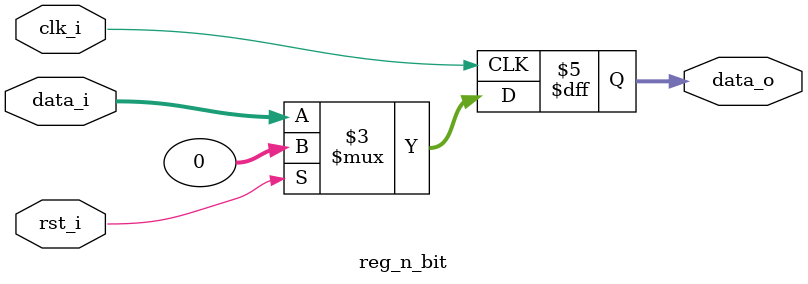
<source format=v>

(* DONT_TOUCH = "true" *) module reg_n_bit #(parameter N = 32)(
  input               clk_i,
  input               rst_i,
  input       [N-1:0] data_i,
  output  reg [N-1:0] data_o
);
  
always @(posedge clk_i) begin
  if (rst_i)
    data_o <= {N{1'b0}};
  else
    data_o <= data_i;
end

endmodule

</source>
